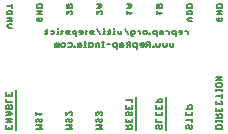
<source format=gbo>
G75*
G70*
%OFA0B0*%
%FSLAX24Y24*%
%IPPOS*%
%LPD*%
%AMOC8*
5,1,8,0,0,1.08239X$1,22.5*
%
%ADD10C,0.0070*%
%ADD11C,0.0050*%
D10*
X000573Y001060D02*
X000573Y001173D01*
X000658Y001117D02*
X000658Y001060D01*
X000743Y001060D02*
X000573Y001060D01*
X000743Y001060D02*
X000743Y001173D01*
X000743Y001281D02*
X000573Y001281D01*
X000573Y001394D02*
X000743Y001394D01*
X000687Y001502D02*
X000743Y001559D01*
X000687Y001615D01*
X000573Y001615D01*
X000658Y001615D02*
X000658Y001502D01*
X000687Y001502D02*
X000573Y001502D01*
X000573Y001394D02*
X000743Y001281D01*
X000883Y001025D02*
X000883Y002351D01*
X000743Y002278D02*
X000743Y002165D01*
X000573Y002165D01*
X000573Y002278D01*
X000658Y002222D02*
X000658Y002165D01*
X000573Y002057D02*
X000573Y001944D01*
X000743Y001944D01*
X000715Y001836D02*
X000687Y001836D01*
X000658Y001808D01*
X000658Y001723D01*
X000573Y001723D02*
X000573Y001808D01*
X000602Y001836D01*
X000630Y001836D01*
X000658Y001808D01*
X000715Y001836D02*
X000743Y001808D01*
X000743Y001723D01*
X000573Y001723D01*
X001573Y001615D02*
X001573Y001502D01*
X001573Y001559D02*
X001743Y001559D01*
X001687Y001502D01*
X001715Y001394D02*
X001743Y001366D01*
X001743Y001309D01*
X001715Y001281D01*
X001687Y001281D01*
X001658Y001309D01*
X001658Y001366D01*
X001630Y001394D01*
X001602Y001394D01*
X001573Y001366D01*
X001573Y001309D01*
X001602Y001281D01*
X001573Y001173D02*
X001743Y001173D01*
X001687Y001117D01*
X001743Y001060D01*
X001573Y001060D01*
X002573Y001060D02*
X002743Y001060D01*
X002687Y001117D01*
X002743Y001173D01*
X002573Y001173D01*
X002602Y001281D02*
X002573Y001309D01*
X002573Y001366D01*
X002602Y001394D01*
X002630Y001394D01*
X002658Y001366D01*
X002658Y001309D01*
X002687Y001281D01*
X002715Y001281D01*
X002743Y001309D01*
X002743Y001366D01*
X002715Y001394D01*
X002715Y001502D02*
X002743Y001530D01*
X002743Y001587D01*
X002715Y001615D01*
X002687Y001615D01*
X002573Y001502D01*
X002573Y001615D01*
X003573Y001587D02*
X003573Y001530D01*
X003602Y001502D01*
X003658Y001559D02*
X003658Y001587D01*
X003630Y001615D01*
X003602Y001615D01*
X003573Y001587D01*
X003658Y001587D02*
X003687Y001615D01*
X003715Y001615D01*
X003743Y001587D01*
X003743Y001530D01*
X003715Y001502D01*
X003715Y001394D02*
X003743Y001366D01*
X003743Y001309D01*
X003715Y001281D01*
X003687Y001281D01*
X003658Y001309D01*
X003658Y001366D01*
X003630Y001394D01*
X003602Y001394D01*
X003573Y001366D01*
X003573Y001309D01*
X003602Y001281D01*
X003573Y001173D02*
X003743Y001173D01*
X003687Y001117D01*
X003743Y001060D01*
X003573Y001060D01*
X004573Y001060D02*
X004743Y001060D01*
X004743Y001145D01*
X004715Y001173D01*
X004658Y001173D01*
X004630Y001145D01*
X004630Y001060D01*
X004630Y001117D02*
X004573Y001173D01*
X004573Y001281D02*
X004573Y001394D01*
X004658Y001338D02*
X004658Y001281D01*
X004743Y001281D02*
X004573Y001281D01*
X004743Y001281D02*
X004743Y001394D01*
X004715Y001502D02*
X004687Y001502D01*
X004658Y001530D01*
X004658Y001587D01*
X004630Y001615D01*
X004602Y001615D01*
X004573Y001587D01*
X004573Y001530D01*
X004602Y001502D01*
X004715Y001502D02*
X004743Y001530D01*
X004743Y001587D01*
X004715Y001615D01*
X004743Y001723D02*
X004573Y001723D01*
X004573Y001836D01*
X004658Y001780D02*
X004658Y001723D01*
X004743Y001723D02*
X004743Y001836D01*
X004743Y001944D02*
X004743Y002057D01*
X004743Y002001D02*
X004573Y002001D01*
X004883Y002130D02*
X004883Y001025D01*
X005573Y001088D02*
X005602Y001060D01*
X005573Y001088D02*
X005573Y001145D01*
X005602Y001173D01*
X005630Y001173D01*
X005658Y001145D01*
X005658Y001088D01*
X005687Y001060D01*
X005715Y001060D01*
X005743Y001088D01*
X005743Y001145D01*
X005715Y001173D01*
X005743Y001281D02*
X005573Y001281D01*
X005573Y001394D01*
X005573Y001502D02*
X005573Y001615D01*
X005658Y001559D02*
X005658Y001502D01*
X005743Y001502D02*
X005573Y001502D01*
X005743Y001502D02*
X005743Y001615D01*
X005743Y001723D02*
X005573Y001723D01*
X005573Y001836D01*
X005658Y001780D02*
X005658Y001723D01*
X005743Y001723D02*
X005743Y001836D01*
X005743Y001944D02*
X005743Y002029D01*
X005715Y002057D01*
X005658Y002057D01*
X005630Y002029D01*
X005630Y001944D01*
X005573Y001944D02*
X005743Y001944D01*
X005883Y002130D02*
X005883Y001025D01*
X006573Y001088D02*
X006602Y001060D01*
X006573Y001088D02*
X006573Y001145D01*
X006602Y001173D01*
X006630Y001173D01*
X006658Y001145D01*
X006658Y001088D01*
X006687Y001060D01*
X006715Y001060D01*
X006743Y001088D01*
X006743Y001145D01*
X006715Y001173D01*
X006743Y001281D02*
X006743Y001394D01*
X006743Y001338D02*
X006573Y001338D01*
X006573Y001502D02*
X006573Y001615D01*
X006658Y001559D02*
X006658Y001502D01*
X006743Y001502D02*
X006573Y001502D01*
X006743Y001502D02*
X006743Y001615D01*
X006743Y001723D02*
X006573Y001723D01*
X006630Y001723D02*
X006630Y001808D01*
X006658Y001836D01*
X006715Y001836D01*
X006743Y001808D01*
X006743Y001723D01*
X007573Y001763D02*
X007573Y001649D01*
X007743Y001649D01*
X007743Y001763D01*
X007658Y001706D02*
X007658Y001649D01*
X007658Y001542D02*
X007630Y001513D01*
X007630Y001428D01*
X007573Y001428D02*
X007743Y001428D01*
X007743Y001513D01*
X007715Y001542D01*
X007658Y001542D01*
X007630Y001485D02*
X007573Y001542D01*
X007573Y001338D02*
X007573Y001281D01*
X007573Y001309D02*
X007743Y001309D01*
X007743Y001281D02*
X007743Y001338D01*
X007715Y001173D02*
X007602Y001173D01*
X007573Y001145D01*
X007573Y001060D01*
X007743Y001060D01*
X007743Y001145D01*
X007715Y001173D01*
X007715Y001870D02*
X007602Y001870D01*
X007573Y001899D01*
X007573Y001955D01*
X007602Y001984D01*
X007715Y001984D02*
X007743Y001955D01*
X007743Y001899D01*
X007715Y001870D01*
X007743Y002091D02*
X007743Y002205D01*
X007743Y002148D02*
X007573Y002148D01*
X007573Y002312D02*
X007573Y002369D01*
X007573Y002341D02*
X007743Y002341D01*
X007743Y002369D02*
X007743Y002312D01*
X007715Y002460D02*
X007602Y002460D01*
X007573Y002488D01*
X007573Y002545D01*
X007602Y002573D01*
X007715Y002573D01*
X007743Y002545D01*
X007743Y002488D01*
X007715Y002460D01*
X007743Y002681D02*
X007573Y002681D01*
X007573Y002794D02*
X007743Y002794D01*
X007743Y002681D02*
X007573Y002794D01*
X006615Y004220D02*
X006615Y004333D01*
X006615Y004277D02*
X006558Y004333D01*
X006530Y004333D01*
X006431Y004305D02*
X006431Y004248D01*
X006403Y004220D01*
X006346Y004220D01*
X006318Y004277D02*
X006431Y004277D01*
X006431Y004305D02*
X006403Y004333D01*
X006346Y004333D01*
X006318Y004305D01*
X006318Y004277D01*
X006210Y004333D02*
X006210Y004163D01*
X006210Y004220D02*
X006125Y004220D01*
X006097Y004248D01*
X006097Y004305D01*
X006125Y004333D01*
X006210Y004333D01*
X005989Y004333D02*
X005989Y004220D01*
X005989Y004277D02*
X005932Y004333D01*
X005904Y004333D01*
X005805Y004248D02*
X005776Y004277D01*
X005691Y004277D01*
X005691Y004305D02*
X005691Y004220D01*
X005776Y004220D01*
X005805Y004248D01*
X005776Y004333D02*
X005720Y004333D01*
X005691Y004305D01*
X005584Y004333D02*
X005499Y004333D01*
X005470Y004305D01*
X005470Y004248D01*
X005499Y004220D01*
X005584Y004220D01*
X005584Y004163D02*
X005584Y004333D01*
X005363Y004248D02*
X005363Y004220D01*
X005334Y004220D01*
X005334Y004248D01*
X005363Y004248D01*
X005252Y004248D02*
X005224Y004220D01*
X005167Y004220D01*
X005139Y004248D01*
X005139Y004305D01*
X005167Y004333D01*
X005224Y004333D01*
X005252Y004305D01*
X005252Y004248D01*
X005031Y004220D02*
X005031Y004333D01*
X005031Y004277D02*
X004975Y004333D01*
X004946Y004333D01*
X004847Y004305D02*
X004847Y004248D01*
X004819Y004220D01*
X004734Y004220D01*
X004734Y004192D02*
X004734Y004333D01*
X004819Y004333D01*
X004847Y004305D01*
X004790Y004163D02*
X004762Y004163D01*
X004734Y004192D01*
X004626Y004220D02*
X004513Y004390D01*
X004405Y004333D02*
X004405Y004248D01*
X004377Y004220D01*
X004348Y004248D01*
X004320Y004220D01*
X004292Y004248D01*
X004292Y004333D01*
X004184Y004333D02*
X004156Y004333D01*
X004156Y004220D01*
X004184Y004220D02*
X004128Y004220D01*
X004037Y004220D02*
X004037Y004390D01*
X003952Y004333D02*
X004037Y004277D01*
X003952Y004220D01*
X003853Y004220D02*
X003796Y004220D01*
X003824Y004220D02*
X003824Y004333D01*
X003853Y004333D01*
X003824Y004390D02*
X003824Y004419D01*
X003705Y004220D02*
X003592Y004390D01*
X003484Y004305D02*
X003456Y004333D01*
X003371Y004333D01*
X003399Y004277D02*
X003371Y004248D01*
X003399Y004220D01*
X003484Y004220D01*
X003456Y004277D02*
X003484Y004305D01*
X003456Y004277D02*
X003399Y004277D01*
X003263Y004333D02*
X003207Y004333D01*
X003235Y004362D02*
X003235Y004248D01*
X003207Y004220D01*
X003116Y004248D02*
X003116Y004305D01*
X003088Y004333D01*
X003031Y004333D01*
X003003Y004305D01*
X003003Y004277D01*
X003116Y004277D01*
X003116Y004248D02*
X003088Y004220D01*
X003031Y004220D01*
X002895Y004220D02*
X002810Y004220D01*
X002782Y004248D01*
X002782Y004305D01*
X002810Y004333D01*
X002895Y004333D01*
X002895Y004163D01*
X002674Y004220D02*
X002589Y004220D01*
X002561Y004248D01*
X002589Y004277D01*
X002646Y004277D01*
X002674Y004305D01*
X002646Y004333D01*
X002561Y004333D01*
X002453Y004333D02*
X002396Y004333D01*
X002425Y004362D02*
X002425Y004248D01*
X002396Y004220D01*
X002306Y004220D02*
X002249Y004220D01*
X002277Y004220D02*
X002277Y004333D01*
X002306Y004333D01*
X002277Y004390D02*
X002277Y004419D01*
X002158Y004305D02*
X002130Y004333D01*
X002045Y004333D01*
X001938Y004277D02*
X001852Y004333D01*
X001938Y004277D02*
X001852Y004220D01*
X001938Y004220D02*
X001938Y004390D01*
X002045Y004220D02*
X002130Y004220D01*
X002158Y004248D01*
X002158Y004305D01*
X001753Y004675D02*
X001725Y004647D01*
X001612Y004647D01*
X001583Y004675D01*
X001583Y004732D01*
X001612Y004760D01*
X001668Y004760D01*
X001668Y004704D01*
X001725Y004760D02*
X001753Y004732D01*
X001753Y004675D01*
X001753Y004868D02*
X001583Y004868D01*
X001583Y004981D02*
X001753Y004981D01*
X001753Y005089D02*
X001753Y005174D01*
X001725Y005202D01*
X001612Y005202D01*
X001583Y005174D01*
X001583Y005089D01*
X001753Y005089D01*
X001583Y004981D02*
X001753Y004868D01*
X002583Y004868D02*
X002697Y004981D01*
X002725Y004981D01*
X002753Y004953D01*
X002753Y004896D01*
X002725Y004868D01*
X002583Y004868D02*
X002583Y004981D01*
X002583Y005089D02*
X002583Y005174D01*
X002612Y005202D01*
X002640Y005202D01*
X002668Y005174D01*
X002668Y005089D01*
X002583Y005089D02*
X002753Y005089D01*
X002753Y005174D01*
X002725Y005202D01*
X002697Y005202D01*
X002668Y005174D01*
X003583Y005202D02*
X003697Y005202D01*
X003753Y005146D01*
X003697Y005089D01*
X003583Y005089D01*
X003668Y005089D02*
X003668Y005202D01*
X003697Y004981D02*
X003725Y004981D01*
X003753Y004953D01*
X003753Y004896D01*
X003725Y004868D01*
X003697Y004981D02*
X003583Y004868D01*
X003583Y004981D01*
X004156Y004419D02*
X004156Y004390D01*
X004583Y004868D02*
X004583Y004981D01*
X004583Y004925D02*
X004753Y004925D01*
X004697Y004868D01*
X004697Y005089D02*
X004583Y005089D01*
X004668Y005089D02*
X004668Y005202D01*
X004697Y005202D02*
X004583Y005202D01*
X004697Y005202D02*
X004753Y005146D01*
X004697Y005089D01*
X005583Y005089D02*
X005583Y005174D01*
X005612Y005202D01*
X005640Y005202D01*
X005668Y005174D01*
X005668Y005089D01*
X005583Y005089D02*
X005753Y005089D01*
X005753Y005174D01*
X005725Y005202D01*
X005697Y005202D01*
X005668Y005174D01*
X005583Y004981D02*
X005583Y004868D01*
X005583Y004925D02*
X005753Y004925D01*
X005697Y004868D01*
X006583Y004868D02*
X006583Y004953D01*
X006612Y004981D01*
X006725Y004981D01*
X006753Y004953D01*
X006753Y004868D01*
X006583Y004868D01*
X006640Y004760D02*
X006753Y004760D01*
X006640Y004760D02*
X006583Y004704D01*
X006640Y004647D01*
X006753Y004647D01*
X006753Y005089D02*
X006583Y005089D01*
X006583Y005174D01*
X006612Y005202D01*
X006725Y005202D01*
X006753Y005174D01*
X006753Y005089D01*
X007583Y005089D02*
X007583Y005174D01*
X007612Y005202D01*
X007725Y005202D01*
X007753Y005174D01*
X007753Y005089D01*
X007583Y005089D01*
X007583Y004981D02*
X007753Y004981D01*
X007753Y004868D02*
X007583Y004868D01*
X007612Y004760D02*
X007583Y004732D01*
X007583Y004675D01*
X007612Y004647D01*
X007725Y004647D01*
X007753Y004675D01*
X007753Y004732D01*
X007725Y004760D01*
X007668Y004760D02*
X007668Y004704D01*
X007668Y004760D02*
X007612Y004760D01*
X007753Y004868D02*
X007583Y004981D01*
X000753Y004953D02*
X000753Y004896D01*
X000725Y004868D01*
X000612Y004868D01*
X000583Y004896D01*
X000583Y004953D01*
X000612Y004981D01*
X000725Y004981D01*
X000753Y004953D01*
X000753Y005089D02*
X000753Y005202D01*
X000753Y005146D02*
X000583Y005146D01*
X000583Y004760D02*
X000753Y004760D01*
X000697Y004704D01*
X000753Y004647D01*
X000583Y004647D01*
X000640Y004539D02*
X000753Y004539D01*
X000640Y004539D02*
X000583Y004483D01*
X000640Y004426D01*
X000753Y004426D01*
D11*
X002181Y003870D02*
X002181Y003775D01*
X002244Y003775D02*
X002244Y003870D01*
X002213Y003902D01*
X002181Y003870D01*
X002244Y003870D02*
X002276Y003902D01*
X002308Y003902D01*
X002308Y003775D01*
X002402Y003807D02*
X002402Y003870D01*
X002434Y003902D01*
X002497Y003902D01*
X002529Y003870D01*
X002529Y003807D01*
X002497Y003775D01*
X002434Y003775D01*
X002402Y003807D01*
X002623Y003775D02*
X002718Y003775D01*
X002750Y003807D01*
X002750Y003870D01*
X002718Y003902D01*
X002623Y003902D01*
X002829Y003807D02*
X002829Y003775D01*
X002860Y003775D01*
X002860Y003807D01*
X002829Y003807D01*
X002955Y003838D02*
X003050Y003838D01*
X003081Y003807D01*
X003050Y003775D01*
X002955Y003775D01*
X002955Y003870D01*
X002986Y003902D01*
X003050Y003902D01*
X003197Y003902D02*
X003197Y003775D01*
X003229Y003775D02*
X003165Y003775D01*
X003197Y003902D02*
X003229Y003902D01*
X003197Y003965D02*
X003197Y003997D01*
X003323Y003965D02*
X003323Y003775D01*
X003418Y003775D01*
X003450Y003807D01*
X003450Y003870D01*
X003418Y003902D01*
X003323Y003902D01*
X003544Y003870D02*
X003544Y003775D01*
X003544Y003870D02*
X003576Y003902D01*
X003671Y003902D01*
X003671Y003775D01*
X003755Y003775D02*
X003818Y003775D01*
X003786Y003775D02*
X003786Y003965D01*
X003755Y003965D02*
X003818Y003965D01*
X003912Y003870D02*
X004039Y003870D01*
X004133Y003870D02*
X004133Y003807D01*
X004165Y003775D01*
X004260Y003775D01*
X004260Y003712D02*
X004260Y003902D01*
X004165Y003902D01*
X004133Y003870D01*
X004354Y003870D02*
X004354Y003775D01*
X004449Y003775D01*
X004481Y003807D01*
X004449Y003838D01*
X004354Y003838D01*
X004354Y003870D02*
X004386Y003902D01*
X004449Y003902D01*
X004575Y003933D02*
X004575Y003870D01*
X004607Y003838D01*
X004702Y003838D01*
X004702Y003775D02*
X004702Y003965D01*
X004607Y003965D01*
X004575Y003933D01*
X004639Y003838D02*
X004575Y003775D01*
X004796Y003807D02*
X004828Y003775D01*
X004923Y003775D01*
X004923Y003712D02*
X004923Y003902D01*
X004828Y003902D01*
X004796Y003870D01*
X004796Y003807D01*
X005017Y003838D02*
X005144Y003838D01*
X005144Y003807D02*
X005144Y003870D01*
X005112Y003902D01*
X005049Y003902D01*
X005017Y003870D01*
X005017Y003838D01*
X005049Y003775D02*
X005112Y003775D01*
X005144Y003807D01*
X005238Y003775D02*
X005301Y003838D01*
X005270Y003838D02*
X005365Y003838D01*
X005365Y003775D02*
X005365Y003965D01*
X005270Y003965D01*
X005238Y003933D01*
X005238Y003870D01*
X005270Y003838D01*
X005444Y003807D02*
X005444Y003775D01*
X005475Y003775D01*
X005475Y003807D01*
X005444Y003807D01*
X005570Y003807D02*
X005601Y003775D01*
X005633Y003807D01*
X005665Y003775D01*
X005696Y003807D01*
X005696Y003902D01*
X005570Y003902D02*
X005570Y003807D01*
X005791Y003807D02*
X005822Y003775D01*
X005854Y003807D01*
X005886Y003775D01*
X005917Y003807D01*
X005917Y003902D01*
X006012Y003902D02*
X006012Y003807D01*
X006043Y003775D01*
X006075Y003807D01*
X006107Y003775D01*
X006138Y003807D01*
X006138Y003902D01*
X005791Y003902D02*
X005791Y003807D01*
M02*

</source>
